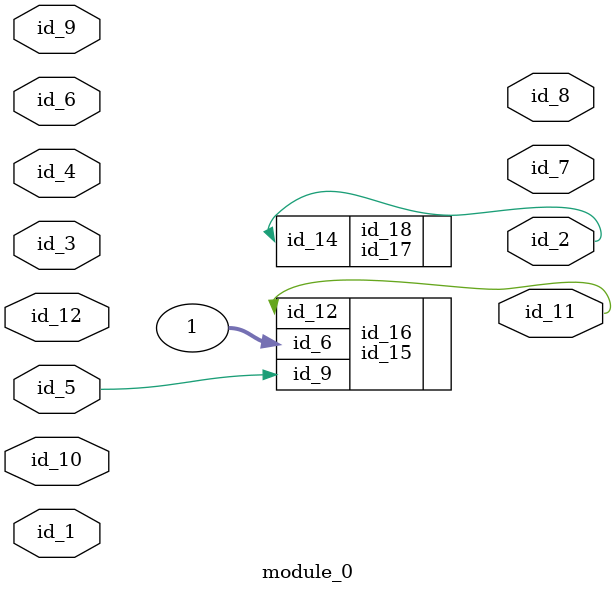
<source format=v>
module module_0 (
    id_1,
    id_2,
    id_3,
    id_4,
    id_5,
    id_6,
    id_7,
    id_8,
    id_9,
    id_10,
    id_11,
    id_12
);
  input id_12;
  output id_11;
  input id_10;
  input id_9;
  output id_8;
  output id_7;
  input id_6;
  input id_5;
  input id_4;
  input id_3;
  output id_2;
  input id_1;
  id_13 id_14 (
      .id_9 (id_1),
      .id_12(id_4)
  );
  id_15 id_16 (
      .id_6 (1),
      .id_12(1),
      .id_12(id_11),
      .id_9 (id_5)
  );
  id_17 id_18 (
      .id_14(id_10),
      .id_14(id_2)
  );
endmodule

</source>
